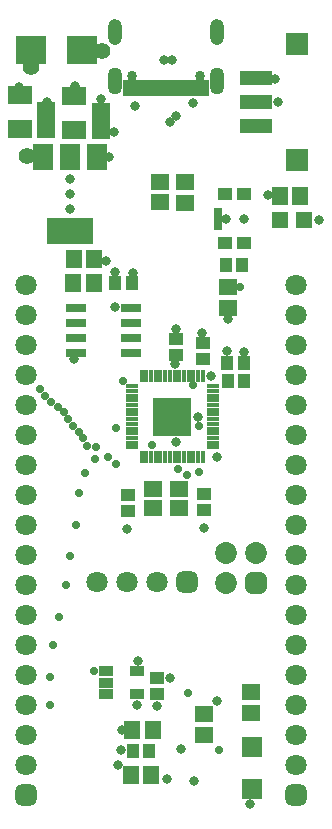
<source format=gts>
G04*
G04 #@! TF.GenerationSoftware,Altium Limited,Altium Designer,21.8.1 (53)*
G04*
G04 Layer_Color=8388736*
%FSLAX23Y23*%
%MOIN*%
G70*
G04*
G04 #@! TF.SameCoordinates,9A98099C-E915-48DC-B274-BBC1B63A1E23*
G04*
G04*
G04 #@! TF.FilePolarity,Negative*
G04*
G01*
G75*
%ADD17R,0.070X0.028*%
%ADD38R,0.075X0.075*%
%ADD39R,0.108X0.047*%
%ADD40R,0.079X0.059*%
%ADD41R,0.053X0.061*%
%ADD42R,0.055X0.055*%
%ADD43R,0.061X0.053*%
%ADD44R,0.071X0.067*%
%ADD45R,0.032X0.053*%
%ADD46R,0.020X0.053*%
G04:AMPARAMS|DCode=47|XSize=16mil|YSize=41mil|CornerRadius=5mil|HoleSize=0mil|Usage=FLASHONLY|Rotation=0.000|XOffset=0mil|YOffset=0mil|HoleType=Round|Shape=RoundedRectangle|*
%AMROUNDEDRECTD47*
21,1,0.016,0.031,0,0,0.0*
21,1,0.006,0.041,0,0,0.0*
1,1,0.010,0.003,-0.016*
1,1,0.010,-0.003,-0.016*
1,1,0.010,-0.003,0.016*
1,1,0.010,0.003,0.016*
%
%ADD47ROUNDEDRECTD47*%
G04:AMPARAMS|DCode=48|XSize=41mil|YSize=16mil|CornerRadius=5mil|HoleSize=0mil|Usage=FLASHONLY|Rotation=0.000|XOffset=0mil|YOffset=0mil|HoleType=Round|Shape=RoundedRectangle|*
%AMROUNDEDRECTD48*
21,1,0.041,0.006,0,0,0.0*
21,1,0.031,0.016,0,0,0.0*
1,1,0.010,0.016,-0.003*
1,1,0.010,-0.016,-0.003*
1,1,0.010,-0.016,0.003*
1,1,0.010,0.016,0.003*
%
%ADD48ROUNDEDRECTD48*%
%ADD49R,0.130X0.130*%
%ADD50R,0.043X0.047*%
%ADD51R,0.047X0.043*%
%ADD52R,0.030X0.075*%
%ADD53R,0.047X0.043*%
%ADD54R,0.047X0.032*%
%ADD55R,0.104X0.093*%
%ADD56R,0.067X0.087*%
%ADD57R,0.158X0.087*%
%ADD58R,0.063X0.059*%
%ADD59R,0.063X0.055*%
%ADD60C,0.071*%
G04:AMPARAMS|DCode=61|XSize=71mil|YSize=71mil|CornerRadius=20mil|HoleSize=0mil|Usage=FLASHONLY|Rotation=90.000|XOffset=0mil|YOffset=0mil|HoleType=Round|Shape=RoundedRectangle|*
%AMROUNDEDRECTD61*
21,1,0.071,0.031,0,0,90.0*
21,1,0.031,0.071,0,0,90.0*
1,1,0.039,0.016,0.016*
1,1,0.039,0.016,-0.016*
1,1,0.039,-0.016,-0.016*
1,1,0.039,-0.016,0.016*
%
%ADD61ROUNDEDRECTD61*%
G04:AMPARAMS|DCode=62|XSize=71mil|YSize=71mil|CornerRadius=20mil|HoleSize=0mil|Usage=FLASHONLY|Rotation=180.000|XOffset=0mil|YOffset=0mil|HoleType=Round|Shape=RoundedRectangle|*
%AMROUNDEDRECTD62*
21,1,0.071,0.031,0,0,180.0*
21,1,0.031,0.071,0,0,180.0*
1,1,0.039,-0.016,0.016*
1,1,0.039,0.016,0.016*
1,1,0.039,0.016,-0.016*
1,1,0.039,-0.016,-0.016*
%
%ADD62ROUNDEDRECTD62*%
G04:AMPARAMS|DCode=63|XSize=73mil|YSize=73mil|CornerRadius=20mil|HoleSize=0mil|Usage=FLASHONLY|Rotation=90.000|XOffset=0mil|YOffset=0mil|HoleType=Round|Shape=RoundedRectangle|*
%AMROUNDEDRECTD63*
21,1,0.073,0.032,0,0,90.0*
21,1,0.032,0.073,0,0,90.0*
1,1,0.040,0.016,0.016*
1,1,0.040,0.016,-0.016*
1,1,0.040,-0.016,-0.016*
1,1,0.040,-0.016,0.016*
%
%ADD63ROUNDEDRECTD63*%
%ADD64C,0.073*%
%ADD65O,0.047X0.087*%
%ADD66O,0.049X0.091*%
%ADD67C,0.034*%
%ADD68C,0.032*%
%ADD69C,0.028*%
%ADD70C,0.055*%
D17*
X450Y-976D02*
D03*
Y-1026D02*
D03*
Y-1076D02*
D03*
Y-1126D02*
D03*
X266D02*
D03*
Y-1076D02*
D03*
Y-1026D02*
D03*
Y-976D02*
D03*
D38*
X1003Y-98D02*
D03*
Y-484D02*
D03*
D39*
X866Y-370D02*
D03*
Y-291D02*
D03*
Y-212D02*
D03*
D40*
X80Y-267D02*
D03*
Y-381D02*
D03*
X261Y-384D02*
D03*
Y-270D02*
D03*
D41*
X259Y-894D02*
D03*
X327D02*
D03*
X1015Y-603D02*
D03*
X947D02*
D03*
X328Y-815D02*
D03*
X260D02*
D03*
X450Y-2534D02*
D03*
X519D02*
D03*
X455Y-2383D02*
D03*
X524D02*
D03*
D42*
X947Y-685D02*
D03*
X1029D02*
D03*
D43*
X852Y-2258D02*
D03*
Y-2327D02*
D03*
X694Y-2332D02*
D03*
Y-2400D02*
D03*
X631Y-626D02*
D03*
Y-558D02*
D03*
X546Y-625D02*
D03*
Y-556D02*
D03*
X774Y-908D02*
D03*
Y-976D02*
D03*
D44*
X853Y-2582D02*
D03*
Y-2440D02*
D03*
D45*
X694Y-245D02*
D03*
X442D02*
D03*
X662D02*
D03*
X473D02*
D03*
D46*
X558D02*
D03*
X577D02*
D03*
X538D02*
D03*
X518D02*
D03*
X499D02*
D03*
X597D02*
D03*
X617D02*
D03*
X636D02*
D03*
D47*
X486Y-1475D02*
D03*
X501D02*
D03*
X517D02*
D03*
X533D02*
D03*
X549D02*
D03*
X564D02*
D03*
X580D02*
D03*
X596D02*
D03*
X612D02*
D03*
X627D02*
D03*
X643D02*
D03*
X659D02*
D03*
X675D02*
D03*
X690D02*
D03*
Y-1205D02*
D03*
X675D02*
D03*
X659D02*
D03*
X643D02*
D03*
X627D02*
D03*
X612D02*
D03*
X596D02*
D03*
X580D02*
D03*
X564D02*
D03*
X549D02*
D03*
X533D02*
D03*
X517D02*
D03*
X501D02*
D03*
X486D02*
D03*
D48*
X453Y-1238D02*
D03*
Y-1253D02*
D03*
Y-1269D02*
D03*
Y-1285D02*
D03*
Y-1301D02*
D03*
Y-1316D02*
D03*
Y-1332D02*
D03*
Y-1348D02*
D03*
Y-1364D02*
D03*
Y-1379D02*
D03*
Y-1395D02*
D03*
Y-1411D02*
D03*
Y-1427D02*
D03*
Y-1442D02*
D03*
X723D02*
D03*
Y-1427D02*
D03*
Y-1411D02*
D03*
Y-1395D02*
D03*
Y-1379D02*
D03*
Y-1364D02*
D03*
Y-1348D02*
D03*
Y-1332D02*
D03*
Y-1316D02*
D03*
Y-1301D02*
D03*
Y-1285D02*
D03*
Y-1269D02*
D03*
Y-1253D02*
D03*
Y-1238D02*
D03*
D49*
X588Y-1340D02*
D03*
D50*
X399Y-894D02*
D03*
X453D02*
D03*
X767Y-834D02*
D03*
X821D02*
D03*
X510Y-2454D02*
D03*
X456D02*
D03*
X826Y-1160D02*
D03*
X772D02*
D03*
X826Y-1221D02*
D03*
X773D02*
D03*
D51*
X765Y-598D02*
D03*
X827D02*
D03*
Y-760D02*
D03*
X765D02*
D03*
D52*
X740Y-679D02*
D03*
D53*
X537Y-2263D02*
D03*
Y-2210D02*
D03*
X690Y-1094D02*
D03*
Y-1147D02*
D03*
X600Y-1080D02*
D03*
Y-1134D02*
D03*
X695Y-1652D02*
D03*
Y-1598D02*
D03*
X440Y-1653D02*
D03*
Y-1600D02*
D03*
D54*
X366Y-2188D02*
D03*
Y-2226D02*
D03*
Y-2263D02*
D03*
X472D02*
D03*
Y-2188D02*
D03*
D55*
X119Y-117D02*
D03*
X289D02*
D03*
D56*
X339Y-473D02*
D03*
X248D02*
D03*
X157D02*
D03*
D57*
X248Y-721D02*
D03*
D58*
X169Y-382D02*
D03*
Y-319D02*
D03*
X352Y-385D02*
D03*
Y-323D02*
D03*
D59*
X610Y-1581D02*
D03*
Y-1643D02*
D03*
X524Y-1581D02*
D03*
Y-1643D02*
D03*
D60*
X1000Y-1200D02*
D03*
Y-1500D02*
D03*
Y-1600D02*
D03*
Y-1700D02*
D03*
Y-1900D02*
D03*
Y-2000D02*
D03*
Y-2200D02*
D03*
Y-2400D02*
D03*
Y-2500D02*
D03*
Y-2300D02*
D03*
Y-2100D02*
D03*
Y-1800D02*
D03*
Y-1400D02*
D03*
Y-1300D02*
D03*
Y-1100D02*
D03*
Y-1000D02*
D03*
Y-900D02*
D03*
X337Y-1890D02*
D03*
X437D02*
D03*
X537D02*
D03*
X100Y-900D02*
D03*
Y-1000D02*
D03*
Y-1100D02*
D03*
Y-1300D02*
D03*
Y-1400D02*
D03*
Y-1800D02*
D03*
Y-2100D02*
D03*
Y-2300D02*
D03*
Y-2500D02*
D03*
Y-2400D02*
D03*
Y-2200D02*
D03*
Y-2000D02*
D03*
Y-1900D02*
D03*
Y-1700D02*
D03*
Y-1600D02*
D03*
Y-1500D02*
D03*
Y-1200D02*
D03*
D61*
X1000Y-2600D02*
D03*
X100D02*
D03*
D62*
X637Y-1890D02*
D03*
D63*
X869Y-1894D02*
D03*
D64*
X769D02*
D03*
X869Y-1794D02*
D03*
X769D02*
D03*
D65*
X738Y-58D02*
D03*
X397D02*
D03*
D66*
X738Y-222D02*
D03*
X397D02*
D03*
D67*
X454Y-203D02*
D03*
X681D02*
D03*
D68*
X438Y-1715D02*
D03*
X695Y-1710D02*
D03*
X737Y-1475D02*
D03*
X596Y-1163D02*
D03*
X395Y-392D02*
D03*
X376Y-474D02*
D03*
X77Y-241D02*
D03*
X171Y-289D02*
D03*
X263Y-238D02*
D03*
X932Y-213D02*
D03*
X367Y-820D02*
D03*
X560Y-150D02*
D03*
X589D02*
D03*
X581Y-356D02*
D03*
X601Y-336D02*
D03*
X602Y-1046D02*
D03*
X829Y-1123D02*
D03*
X600Y-1423D02*
D03*
X716Y-1205D02*
D03*
X536Y-2303D02*
D03*
X738Y-2288D02*
D03*
X675Y-1341D02*
D03*
X397Y-857D02*
D03*
X398Y-974D02*
D03*
X262Y-1146D02*
D03*
X458Y-859D02*
D03*
X572Y-2547D02*
D03*
X616Y-2446D02*
D03*
X661Y-2554D02*
D03*
X407Y-2499D02*
D03*
X772Y-1120D02*
D03*
X941Y-290D02*
D03*
X1079Y-684D02*
D03*
X908Y-600D02*
D03*
X775Y-1015D02*
D03*
X689Y-1062D02*
D03*
X555Y-1336D02*
D03*
X551Y-1376D02*
D03*
X827Y-679D02*
D03*
X769D02*
D03*
X351Y-280D02*
D03*
X249Y-547D02*
D03*
X248Y-648D02*
D03*
Y-597D02*
D03*
X465Y-305D02*
D03*
X659Y-295D02*
D03*
X471Y-2299D02*
D03*
X473Y-2154D02*
D03*
X580Y-2210D02*
D03*
X416Y-2450D02*
D03*
X420Y-2384D02*
D03*
X848Y-2632D02*
D03*
D69*
X374Y-1473D02*
D03*
X334Y-1441D02*
D03*
X813Y-907D02*
D03*
X677Y-1524D02*
D03*
X677Y-1371D02*
D03*
X659Y-1233D02*
D03*
X607Y-1514D02*
D03*
X641Y-2260D02*
D03*
X329Y-2188D02*
D03*
X637Y-1533D02*
D03*
X745Y-2449D02*
D03*
X521Y-1434D02*
D03*
X305Y-1437D02*
D03*
X331Y-1481D02*
D03*
X401Y-1498D02*
D03*
X268Y-1701D02*
D03*
X246Y-1804D02*
D03*
X298Y-1527D02*
D03*
X423Y-1221D02*
D03*
X402Y-1378D02*
D03*
X292Y-1412D02*
D03*
X279Y-1389D02*
D03*
X149Y-1247D02*
D03*
X163Y-1269D02*
D03*
X278Y-1594D02*
D03*
X259Y-1369D02*
D03*
X242Y-1347D02*
D03*
X227Y-1325D02*
D03*
X206Y-1308D02*
D03*
X184Y-1289D02*
D03*
X235Y-1901D02*
D03*
X211Y-2007D02*
D03*
X190Y-2100D02*
D03*
X182Y-2208D02*
D03*
Y-2299D02*
D03*
D70*
X105Y-469D02*
D03*
X118Y-173D02*
D03*
X355Y-121D02*
D03*
M02*

</source>
